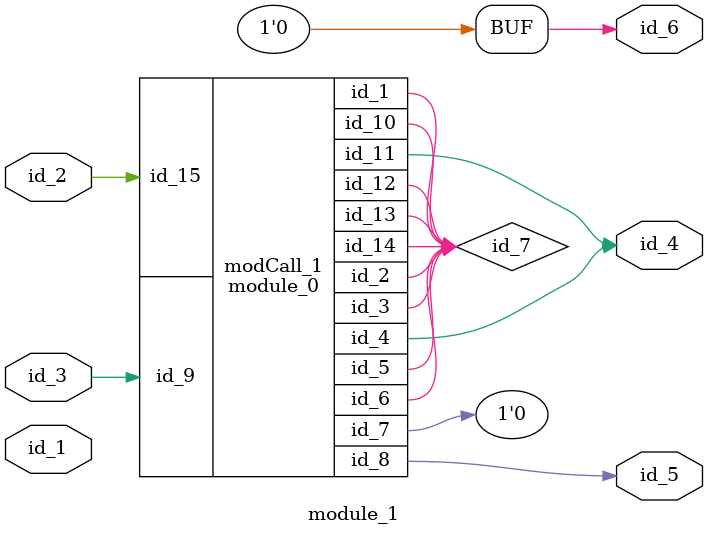
<source format=v>
module module_0 (
    id_1,
    id_2,
    id_3,
    id_4,
    id_5,
    id_6,
    id_7,
    id_8,
    id_9,
    id_10,
    id_11,
    id_12,
    id_13,
    id_14,
    id_15
);
  input wire id_15;
  inout wire id_14;
  inout wire id_13;
  inout wire id_12;
  output wire id_11;
  inout wire id_10;
  input wire id_9;
  output wire id_8;
  output wire id_7;
  inout wire id_6;
  inout wire id_5;
  output wire id_4;
  output wire id_3;
  inout wire id_2;
  inout wire id_1;
  assign id_3 = 1'b0;
  wor id_16 = 1, id_17;
endmodule
module module_1 (
    id_1,
    id_2,
    id_3,
    id_4,
    id_5,
    id_6
);
  output wire id_6;
  output wire id_5;
  output wire id_4;
  input wire id_3;
  input wire id_2;
  input wire id_1;
  assign id_6 = 1'b0;
  assign id_6 = 1;
  wire id_7;
  module_0 modCall_1 (
      id_7,
      id_7,
      id_7,
      id_4,
      id_7,
      id_7,
      id_6,
      id_5,
      id_3,
      id_7,
      id_4,
      id_7,
      id_7,
      id_7,
      id_2
  );
endmodule

</source>
